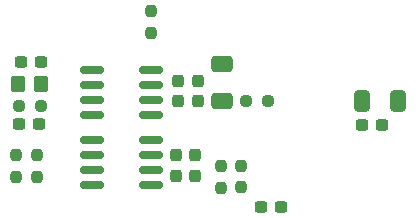
<source format=gbr>
%TF.GenerationSoftware,KiCad,Pcbnew,9.0.6*%
%TF.CreationDate,2025-12-21T15:01:31-05:00*%
%TF.ProjectId,olyntia,6f6c796e-7469-4612-9e6b-696361645f70,rev?*%
%TF.SameCoordinates,Original*%
%TF.FileFunction,Paste,Top*%
%TF.FilePolarity,Positive*%
%FSLAX46Y46*%
G04 Gerber Fmt 4.6, Leading zero omitted, Abs format (unit mm)*
G04 Created by KiCad (PCBNEW 9.0.6) date 2025-12-21 15:01:31*
%MOMM*%
%LPD*%
G01*
G04 APERTURE LIST*
G04 Aperture macros list*
%AMRoundRect*
0 Rectangle with rounded corners*
0 $1 Rounding radius*
0 $2 $3 $4 $5 $6 $7 $8 $9 X,Y pos of 4 corners*
0 Add a 4 corners polygon primitive as box body*
4,1,4,$2,$3,$4,$5,$6,$7,$8,$9,$2,$3,0*
0 Add four circle primitives for the rounded corners*
1,1,$1+$1,$2,$3*
1,1,$1+$1,$4,$5*
1,1,$1+$1,$6,$7*
1,1,$1+$1,$8,$9*
0 Add four rect primitives between the rounded corners*
20,1,$1+$1,$2,$3,$4,$5,0*
20,1,$1+$1,$4,$5,$6,$7,0*
20,1,$1+$1,$6,$7,$8,$9,0*
20,1,$1+$1,$8,$9,$2,$3,0*%
G04 Aperture macros list end*
%ADD10RoundRect,0.237500X-0.237500X0.300000X-0.237500X-0.300000X0.237500X-0.300000X0.237500X0.300000X0*%
%ADD11RoundRect,0.237500X0.237500X-0.300000X0.237500X0.300000X-0.237500X0.300000X-0.237500X-0.300000X0*%
%ADD12RoundRect,0.250000X-0.412500X-0.650000X0.412500X-0.650000X0.412500X0.650000X-0.412500X0.650000X0*%
%ADD13RoundRect,0.237500X0.237500X-0.250000X0.237500X0.250000X-0.237500X0.250000X-0.237500X-0.250000X0*%
%ADD14RoundRect,0.150000X-0.825000X-0.150000X0.825000X-0.150000X0.825000X0.150000X-0.825000X0.150000X0*%
%ADD15RoundRect,0.237500X0.300000X0.237500X-0.300000X0.237500X-0.300000X-0.237500X0.300000X-0.237500X0*%
%ADD16RoundRect,0.237500X-0.300000X-0.237500X0.300000X-0.237500X0.300000X0.237500X-0.300000X0.237500X0*%
%ADD17RoundRect,0.237500X-0.237500X0.250000X-0.237500X-0.250000X0.237500X-0.250000X0.237500X0.250000X0*%
%ADD18RoundRect,0.237500X0.250000X0.237500X-0.250000X0.237500X-0.250000X-0.237500X0.250000X-0.237500X0*%
%ADD19RoundRect,0.237500X-0.250000X-0.237500X0.250000X-0.237500X0.250000X0.237500X-0.250000X0.237500X0*%
%ADD20RoundRect,0.250000X0.350000X0.450000X-0.350000X0.450000X-0.350000X-0.450000X0.350000X-0.450000X0*%
%ADD21RoundRect,0.250000X0.650000X-0.412500X0.650000X0.412500X-0.650000X0.412500X-0.650000X-0.412500X0*%
G04 APERTURE END LIST*
D10*
%TO.C,C9*%
X86200000Y-109400000D03*
X86200000Y-111125000D03*
%TD*%
D11*
%TO.C,C10*%
X84810600Y-104800400D03*
X84810600Y-103075400D03*
%TD*%
D12*
%TO.C,C6*%
X100314466Y-104825800D03*
X103439466Y-104825800D03*
%TD*%
D13*
%TO.C,R5*%
X71018400Y-111226600D03*
X71018400Y-109401600D03*
%TD*%
D11*
%TO.C,C4*%
X86487000Y-104800400D03*
X86487000Y-103075400D03*
%TD*%
D13*
%TO.C,R6*%
X88442800Y-112141000D03*
X88442800Y-110316000D03*
%TD*%
D14*
%TO.C,U2*%
X77525000Y-108093700D03*
X77525000Y-109363700D03*
X77525000Y-110633700D03*
X77525000Y-111903700D03*
X82475000Y-111903700D03*
X82475000Y-110633700D03*
X82475000Y-109363700D03*
X82475000Y-108093700D03*
%TD*%
D15*
%TO.C,C1*%
X73200000Y-101500000D03*
X71475000Y-101500000D03*
%TD*%
D14*
%TO.C,U1*%
X77525000Y-102210900D03*
X77525000Y-103480900D03*
X77525000Y-104750900D03*
X77525000Y-106020900D03*
X82475000Y-106020900D03*
X82475000Y-104750900D03*
X82475000Y-103480900D03*
X82475000Y-102210900D03*
%TD*%
D16*
%TO.C,C3*%
X71293600Y-106750800D03*
X73018600Y-106750800D03*
%TD*%
D17*
%TO.C,R4*%
X72821800Y-109376200D03*
X72821800Y-111201200D03*
%TD*%
D16*
%TO.C,C7*%
X100317524Y-106858068D03*
X102042524Y-106858068D03*
%TD*%
D18*
%TO.C,R8*%
X92376000Y-104825800D03*
X90551000Y-104825800D03*
%TD*%
D13*
%TO.C,R1*%
X82475821Y-99025000D03*
X82475821Y-97200000D03*
%TD*%
D16*
%TO.C,C5*%
X91800000Y-113800000D03*
X93525000Y-113800000D03*
%TD*%
D19*
%TO.C,R2*%
X71318000Y-105200000D03*
X73143000Y-105200000D03*
%TD*%
D20*
%TO.C,R3*%
X73200000Y-103400000D03*
X71200000Y-103400000D03*
%TD*%
D10*
%TO.C,C8*%
X84600000Y-109400000D03*
X84600000Y-111125000D03*
%TD*%
D17*
%TO.C,R7*%
X90087500Y-110287500D03*
X90087500Y-112112500D03*
%TD*%
D21*
%TO.C,C2*%
X88493600Y-104800400D03*
X88493600Y-101675400D03*
%TD*%
M02*

</source>
